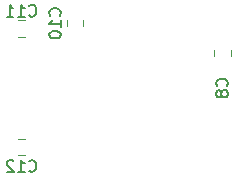
<source format=gbo>
G04 #@! TF.GenerationSoftware,KiCad,Pcbnew,5.0.2-bee76a0~70~ubuntu18.04.1*
G04 #@! TF.CreationDate,2019-09-22T19:21:34+02:00*
G04 #@! TF.ProjectId,snail,736e6169-6c2e-46b6-9963-61645f706362,rev?*
G04 #@! TF.SameCoordinates,Original*
G04 #@! TF.FileFunction,Legend,Bot*
G04 #@! TF.FilePolarity,Positive*
%FSLAX46Y46*%
G04 Gerber Fmt 4.6, Leading zero omitted, Abs format (unit mm)*
G04 Created by KiCad (PCBNEW 5.0.2-bee76a0~70~ubuntu18.04.1) date nie, 22 wrz 2019, 19:21:34*
%MOMM*%
%LPD*%
G01*
G04 APERTURE LIST*
%ADD10C,0.120000*%
%ADD11C,0.160000*%
G04 APERTURE END LIST*
D10*
G04 #@! TO.C,C8*
X99290000Y-64286252D02*
X99290000Y-63763748D01*
X100710000Y-64286252D02*
X100710000Y-63763748D01*
G04 #@! TO.C,C10*
X88210000Y-61263748D02*
X88210000Y-61786252D01*
X86790000Y-61263748D02*
X86790000Y-61786252D01*
G04 #@! TO.C,C11*
X82713748Y-61290000D02*
X83236252Y-61290000D01*
X82713748Y-62710000D02*
X83236252Y-62710000D01*
G04 #@! TO.C,C12*
X82713748Y-71290000D02*
X83236252Y-71290000D01*
X82713748Y-72710000D02*
X83236252Y-72710000D01*
G04 #@! TO.C,C8*
D11*
X100357142Y-66833333D02*
X100404761Y-66785714D01*
X100452380Y-66642857D01*
X100452380Y-66547619D01*
X100404761Y-66404761D01*
X100309523Y-66309523D01*
X100214285Y-66261904D01*
X100023809Y-66214285D01*
X99880952Y-66214285D01*
X99690476Y-66261904D01*
X99595238Y-66309523D01*
X99500000Y-66404761D01*
X99452380Y-66547619D01*
X99452380Y-66642857D01*
X99500000Y-66785714D01*
X99547619Y-66833333D01*
X99880952Y-67404761D02*
X99833333Y-67309523D01*
X99785714Y-67261904D01*
X99690476Y-67214285D01*
X99642857Y-67214285D01*
X99547619Y-67261904D01*
X99500000Y-67309523D01*
X99452380Y-67404761D01*
X99452380Y-67595238D01*
X99500000Y-67690476D01*
X99547619Y-67738095D01*
X99642857Y-67785714D01*
X99690476Y-67785714D01*
X99785714Y-67738095D01*
X99833333Y-67690476D01*
X99880952Y-67595238D01*
X99880952Y-67404761D01*
X99928571Y-67309523D01*
X99976190Y-67261904D01*
X100071428Y-67214285D01*
X100261904Y-67214285D01*
X100357142Y-67261904D01*
X100404761Y-67309523D01*
X100452380Y-67404761D01*
X100452380Y-67595238D01*
X100404761Y-67690476D01*
X100357142Y-67738095D01*
X100261904Y-67785714D01*
X100071428Y-67785714D01*
X99976190Y-67738095D01*
X99928571Y-67690476D01*
X99880952Y-67595238D01*
G04 #@! TO.C,C10*
X86207142Y-60882142D02*
X86254761Y-60834523D01*
X86302380Y-60691666D01*
X86302380Y-60596428D01*
X86254761Y-60453571D01*
X86159523Y-60358333D01*
X86064285Y-60310714D01*
X85873809Y-60263095D01*
X85730952Y-60263095D01*
X85540476Y-60310714D01*
X85445238Y-60358333D01*
X85350000Y-60453571D01*
X85302380Y-60596428D01*
X85302380Y-60691666D01*
X85350000Y-60834523D01*
X85397619Y-60882142D01*
X86302380Y-61834523D02*
X86302380Y-61263095D01*
X86302380Y-61548809D02*
X85302380Y-61548809D01*
X85445238Y-61453571D01*
X85540476Y-61358333D01*
X85588095Y-61263095D01*
X85302380Y-62453571D02*
X85302380Y-62548809D01*
X85350000Y-62644047D01*
X85397619Y-62691666D01*
X85492857Y-62739285D01*
X85683333Y-62786904D01*
X85921428Y-62786904D01*
X86111904Y-62739285D01*
X86207142Y-62691666D01*
X86254761Y-62644047D01*
X86302380Y-62548809D01*
X86302380Y-62453571D01*
X86254761Y-62358333D01*
X86207142Y-62310714D01*
X86111904Y-62263095D01*
X85921428Y-62215476D01*
X85683333Y-62215476D01*
X85492857Y-62263095D01*
X85397619Y-62310714D01*
X85350000Y-62358333D01*
X85302380Y-62453571D01*
G04 #@! TO.C,C11*
X83617857Y-60857142D02*
X83665476Y-60904761D01*
X83808333Y-60952380D01*
X83903571Y-60952380D01*
X84046428Y-60904761D01*
X84141666Y-60809523D01*
X84189285Y-60714285D01*
X84236904Y-60523809D01*
X84236904Y-60380952D01*
X84189285Y-60190476D01*
X84141666Y-60095238D01*
X84046428Y-60000000D01*
X83903571Y-59952380D01*
X83808333Y-59952380D01*
X83665476Y-60000000D01*
X83617857Y-60047619D01*
X82665476Y-60952380D02*
X83236904Y-60952380D01*
X82951190Y-60952380D02*
X82951190Y-59952380D01*
X83046428Y-60095238D01*
X83141666Y-60190476D01*
X83236904Y-60238095D01*
X81713095Y-60952380D02*
X82284523Y-60952380D01*
X81998809Y-60952380D02*
X81998809Y-59952380D01*
X82094047Y-60095238D01*
X82189285Y-60190476D01*
X82284523Y-60238095D01*
G04 #@! TO.C,C12*
X83617857Y-74007142D02*
X83665476Y-74054761D01*
X83808333Y-74102380D01*
X83903571Y-74102380D01*
X84046428Y-74054761D01*
X84141666Y-73959523D01*
X84189285Y-73864285D01*
X84236904Y-73673809D01*
X84236904Y-73530952D01*
X84189285Y-73340476D01*
X84141666Y-73245238D01*
X84046428Y-73150000D01*
X83903571Y-73102380D01*
X83808333Y-73102380D01*
X83665476Y-73150000D01*
X83617857Y-73197619D01*
X82665476Y-74102380D02*
X83236904Y-74102380D01*
X82951190Y-74102380D02*
X82951190Y-73102380D01*
X83046428Y-73245238D01*
X83141666Y-73340476D01*
X83236904Y-73388095D01*
X82284523Y-73197619D02*
X82236904Y-73150000D01*
X82141666Y-73102380D01*
X81903571Y-73102380D01*
X81808333Y-73150000D01*
X81760714Y-73197619D01*
X81713095Y-73292857D01*
X81713095Y-73388095D01*
X81760714Y-73530952D01*
X82332142Y-74102380D01*
X81713095Y-74102380D01*
G04 #@! TD*
M02*

</source>
